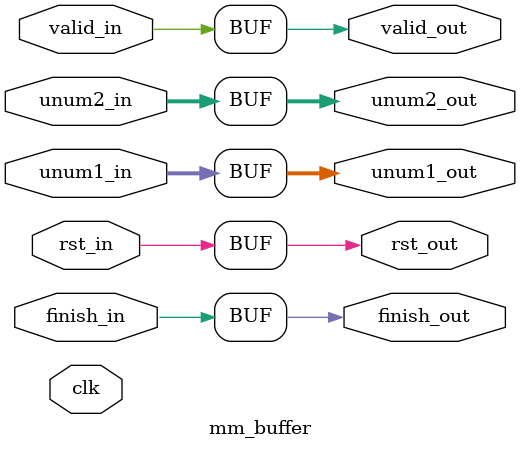
<source format=v>
module ma_group(
	input clk,
	input[31:0] unum1,
	input[255:0] unum2,
	input finish,
	input rst,
	input valid,
	
	output[255:0] sum,
	output[7:0] isInf,
	output[7:0] overflow,
	output[7:0] finish_out
	);
////input buffer1
reg[31:0] unum1_buff;
reg[255:0] unum2_buff;
reg finish_buff;
reg rst_buff;
reg valid_buff;

////output buffer
reg[255:0] sum_buff;
reg[7:0] isInf_buff;
reg[7:0] overflow_buff;
reg[7:0] finish_out_buff;
wire[255:0] sum_wire;
wire[7:0] isInf_wire;
wire[7:0] overflow_wire;
wire[7:0] finish_out_wire;

generate
genvar i;
for(i=0;i<8;i=i+1)begin:generate_ma
	////input buffer2
	wire[31:0] unum1_buff2;
	wire[31:0] unum2_buff2;
	wire finish_buff2;
	wire rst_buff2;
	wire valid_buff2;
	
	multiply_accumulator ma(
	.clk(clk),
	.unum1(unum1_buff2),
	.unum2(unum2_buff2),
	.finish(finish_buff2),
	.rst(rst_buff2),
	.valid(valid_buff2),
	
	.sum(sum_wire[i*32+31:i*32]),
	.isInf(isInf_wire[i]),
	.overflow(overflow_wire[i]),
	.finish_out(finish_out_wire[i])
	);
	
	mm_buffer mm_buffer0(
	.clk(clk),
	.unum1_in(unum1_buff),
	.unum2_in(unum2_buff[i*32+31:i*32]),
	.finish_in(finish_buff),
	.rst_in(rst_buff),
	.valid_in(valid_buff),
	
	.unum1_out(unum1_buff2),
	.unum2_out(unum2_buff2),
	.finish_out(finish_buff2),
	.rst_out(rst_buff2),
	.valid_out(valid_buff2)
	);
end
endgenerate
////input buffer
always@(posedge clk)begin
	unum1_buff<=unum1;
	unum2_buff<=unum2;
	finish_buff<=finish;
	rst_buff<=rst;
	valid_buff<=valid;
end


////output buffer
always@(posedge clk)begin
	sum_buff<=sum_wire;
	isInf_buff<=isInf_wire;
	overflow_buff<=overflow_wire;
	finish_out_buff<=finish_out_wire;
end
assign sum=sum_buff;
assign isInf=isInf_buff;
assign overflow=overflow_buff;
assign finish_out=finish_out_buff;

endmodule

module mm_buffer(
	input clk,
	input[31:0]	unum1_in,
	input[31:0] unum2_in,
	input finish_in,
	input rst_in,
	input valid_in,
	
	output[31:0] unum1_out,
	output[31:0] unum2_out,
	output finish_out,
	output rst_out,
	output valid_out
);
reg[31:0] unum1_buff, unum2_buff;
reg finish_buff,rst_buff,valid_buff;
always@(posedge clk)begin
	unum1_buff<=unum1_in;
	unum2_buff<=unum2_in;
	finish_buff<=finish_in;
	rst_buff<=rst_in;
	valid_buff<=valid_in;
end

assign unum1_out=unum1_in;
assign unum2_out=unum2_in;
assign finish_out=finish_in;
assign rst_out=rst_in;
assign valid_out=valid_in;

endmodule

</source>
